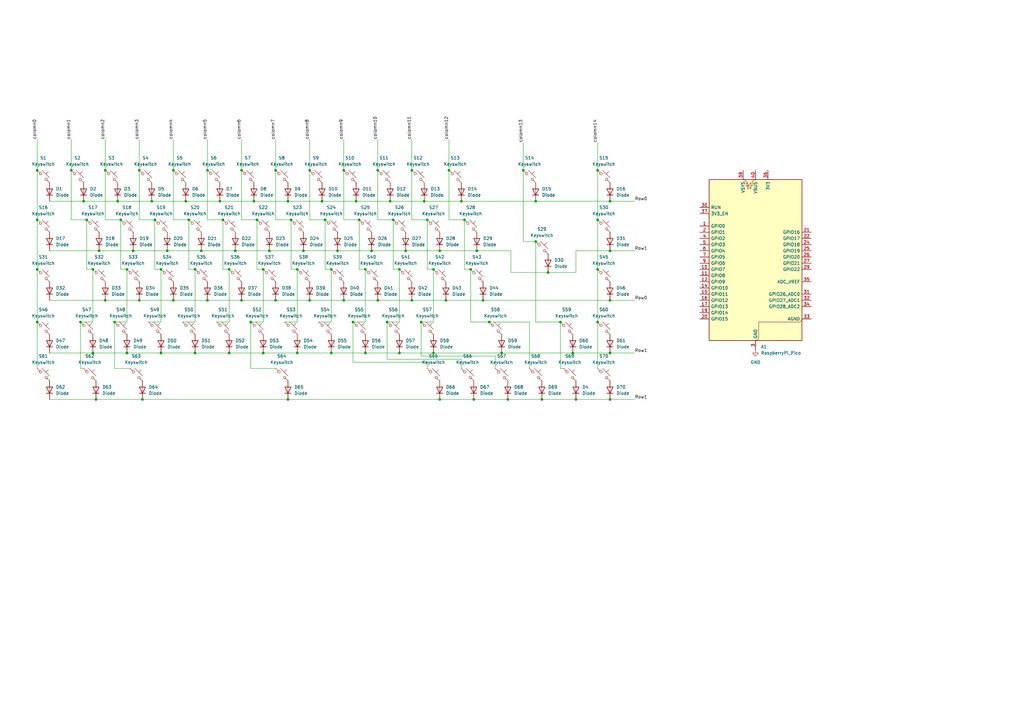
<source format=kicad_sch>
(kicad_sch (version 20250114) (generator "eeschema") (generator_version "9.0")
  (paper "A3")
  (junction (at 85.09 123.19))
  (junction (at 113.03 69.85))
  (junction (at 91.44 90.17))
  (junction (at 119.38 90.17))
  (junction (at 66.04 144.78))
  (junction (at 234.95 144.78))
  (junction (at 180.34 163.83))
  (junction (at 166.37 102.87))
  (junction (at 15.24 132.08))
  (junction (at 175.26 90.17))
  (junction (at 163.83 144.78))
  (junction (at 77.47 90.17))
  (junction (at 68.58 102.87))
  (junction (at 127 69.85))
  (junction (at 208.28 163.83))
  (junction (at 62.23 82.55))
  (junction (at 38.1 144.78))
  (junction (at 173.99 82.55))
  (junction (at 99.06 69.85))
  (junction (at 15.24 90.17))
  (junction (at 154.94 123.19))
  (junction (at 107.95 110.49))
  (junction (at 219.71 99.06))
  (junction (at 71.12 69.85))
  (junction (at 245.11 90.17))
  (junction (at 80.01 110.49))
  (junction (at 250.19 102.87))
  (junction (at 58.42 163.83))
  (junction (at 219.71 82.55))
  (junction (at 102.87 132.08))
  (junction (at 49.53 90.17))
  (junction (at 245.11 69.85))
  (junction (at 177.8 110.49))
  (junction (at 250.19 144.78))
  (junction (at 250.19 163.83))
  (junction (at 214.63 69.85))
  (junction (at 172.72 132.08))
  (junction (at 163.83 110.49))
  (junction (at 149.86 110.49))
  (junction (at 15.24 69.85))
  (junction (at 154.94 69.85))
  (junction (at 113.03 123.19))
  (junction (at 104.14 82.55))
  (junction (at 195.58 102.87))
  (junction (at 46.99 132.08))
  (junction (at 168.91 69.85))
  (junction (at 48.26 82.55))
  (junction (at 146.05 82.55))
  (junction (at 43.18 123.19))
  (junction (at 34.29 82.55))
  (junction (at 138.43 102.87))
  (junction (at 205.74 144.78))
  (junction (at 147.32 90.17))
  (junction (at 144.78 132.08))
  (junction (at 168.91 123.19))
  (junction (at 39.37 163.83))
  (junction (at 76.2 82.55))
  (junction (at 52.07 144.78))
  (junction (at 105.41 90.17))
  (junction (at 38.1 110.49))
  (junction (at 35.56 90.17))
  (junction (at 132.08 82.55))
  (junction (at 193.04 110.49))
  (junction (at 33.02 132.08))
  (junction (at 121.92 110.49))
  (junction (at 194.31 163.83))
  (junction (at 184.15 69.85))
  (junction (at 54.61 102.87))
  (junction (at 40.64 102.87))
  (junction (at 107.95 144.78))
  (junction (at 245.11 132.08))
  (junction (at 90.17 82.55))
  (junction (at 71.12 123.19))
  (junction (at 124.46 102.87))
  (junction (at 229.87 132.08))
  (junction (at 93.98 144.78))
  (junction (at 96.52 102.87))
  (junction (at 177.8 144.78))
  (junction (at 127 123.19))
  (junction (at 57.15 123.19))
  (junction (at 190.5 90.17))
  (junction (at 43.18 69.85))
  (junction (at 118.11 163.83))
  (junction (at 236.22 163.83))
  (junction (at 182.88 123.19))
  (junction (at 250.19 123.19))
  (junction (at 135.89 144.78))
  (junction (at 135.89 110.49))
  (junction (at 110.49 102.87))
  (junction (at 140.97 123.19))
  (junction (at 93.98 110.49))
  (junction (at 152.4 102.87))
  (junction (at 99.06 123.19))
  (junction (at 161.29 90.17))
  (junction (at 140.97 69.85))
  (junction (at 160.02 82.55))
  (junction (at 15.24 110.49))
  (junction (at 121.92 144.78))
  (junction (at 149.86 144.78))
  (junction (at 158.75 132.08))
  (junction (at 200.66 132.08))
  (junction (at 222.25 163.83))
  (junction (at 198.12 123.19))
  (junction (at 85.09 69.85))
  (junction (at 29.21 69.85))
  (junction (at 189.23 82.55))
  (junction (at 118.11 82.55))
  (junction (at 224.79 111.76))
  (junction (at 250.19 82.55))
  (junction (at 245.11 110.49))
  (junction (at 63.5 90.17))
  (junction (at 57.15 69.85))
  (junction (at 52.07 110.49))
  (junction (at 133.35 90.17))
  (junction (at 80.01 144.78))
  (junction (at 66.04 110.49))
  (junction (at 82.55 102.87))
  (junction (at 180.34 102.87))
  (wire (pts (xy 20.32 163.83) (xy 39.37 163.83)))
  (wire (pts (xy 110.49 102.87) (xy 124.46 102.87)))
  (wire (pts (xy 99.06 69.85) (xy 99.06 90.17)))
  (wire (pts (xy 194.31 163.83) (xy 208.28 163.83)))
  (wire (pts (xy 77.47 110.49) (xy 80.01 110.49)))
  (wire (pts (xy 146.05 82.55) (xy 160.02 82.55)))
  (wire (pts (xy 43.18 57.15) (xy 43.18 69.85)))
  (wire (pts (xy 29.21 90.17) (xy 35.56 90.17)))
  (wire (pts (xy 224.79 111.76) (xy 236.22 111.76)))
  (wire (pts (xy 102.87 132.08) (xy 102.87 151.13)))
  (wire (pts (xy 82.55 102.87) (xy 96.52 102.87)))
  (wire (pts (xy 113.03 90.17) (xy 119.38 90.17)))
  (wire (pts (xy 195.58 102.87) (xy 209.55 102.87)))
  (wire (pts (xy 177.8 110.49) (xy 177.8 132.08)))
  (wire (pts (xy 107.95 110.49) (xy 107.95 132.08)))
  (wire (pts (xy 63.5 110.49) (xy 66.04 110.49)))
  (wire (pts (xy 43.18 123.19) (xy 57.15 123.19)))
  (wire (pts (xy 124.46 102.87) (xy 138.43 102.87)))
  (wire (pts (xy 245.11 90.17) (xy 245.11 110.49)))
  (wire (pts (xy 149.86 132.08) (xy 144.78 132.08)))
  (wire (pts (xy 96.52 102.87) (xy 110.49 102.87)))
  (wire (pts (xy 250.19 144.78) (xy 260.35 144.78)))
  (wire (pts (xy 250.19 102.87) (xy 260.35 102.87)))
  (wire (pts (xy 76.2 82.55) (xy 90.17 82.55)))
  (wire (pts (xy 85.09 123.19) (xy 99.06 123.19)))
  (wire (pts (xy 198.12 123.19) (xy 250.19 123.19)))
  (wire (pts (xy 113.03 123.19) (xy 127 123.19)))
  (wire (pts (xy 245.11 132.08) (xy 245.11 151.13)))
  (wire (pts (xy 80.01 110.49) (xy 80.01 132.08)))
  (wire (pts (xy 154.94 90.17) (xy 161.29 90.17)))
  (wire (pts (xy 147.32 110.49) (xy 149.86 110.49)))
  (wire (pts (xy 133.35 110.49) (xy 135.89 110.49)))
  (wire (pts (xy 163.83 144.78) (xy 177.8 144.78)))
  (wire (pts (xy 154.94 123.19) (xy 168.91 123.19)))
  (wire (pts (xy 66.04 144.78) (xy 80.01 144.78)))
  (wire (pts (xy 190.5 110.49) (xy 193.04 110.49)))
  (wire (pts (xy 121.92 144.78) (xy 135.89 144.78)))
  (wire (pts (xy 133.35 90.17) (xy 133.35 110.49)))
  (wire (pts (xy 222.25 163.83) (xy 236.22 163.83)))
  (wire (pts (xy 66.04 110.49) (xy 66.04 132.08)))
  (wire (pts (xy 54.61 102.87) (xy 68.58 102.87)))
  (wire (pts (xy 121.92 110.49) (xy 121.92 132.08)))
  (wire (pts (xy 38.1 144.78) (xy 52.07 144.78)))
  (wire (pts (xy 104.14 82.55) (xy 118.11 82.55)))
  (wire (pts (xy 46.99 151.13) (xy 53.34 151.13)))
  (wire (pts (xy 175.26 148.59) (xy 175.26 151.13)))
  (wire (pts (xy 219.71 132.08) (xy 229.87 132.08)))
  (wire (pts (xy 127 90.17) (xy 133.35 90.17)))
  (wire (pts (xy 118.11 163.83) (xy 180.34 163.83)))
  (wire (pts (xy 68.58 102.87) (xy 82.55 102.87)))
  (wire (pts (xy 147.32 90.17) (xy 147.32 110.49)))
  (wire (pts (xy 236.22 163.83) (xy 250.19 163.83)))
  (wire (pts (xy 200.66 132.08) (xy 217.17 132.08)))
  (wire (pts (xy 15.24 110.49) (xy 15.24 132.08)))
  (wire (pts (xy 43.18 90.17) (xy 49.53 90.17)))
  (wire (pts (xy 135.89 144.78) (xy 149.86 144.78)))
  (wire (pts (xy 15.24 69.85) (xy 15.24 90.17)))
  (wire (pts (xy 154.94 69.85) (xy 154.94 90.17)))
  (wire (pts (xy 71.12 90.17) (xy 77.47 90.17)))
  (wire (pts (xy 149.86 110.49) (xy 149.86 132.08)))
  (wire (pts (xy 149.86 144.78) (xy 163.83 144.78)))
  (wire (pts (xy 250.19 123.19) (xy 260.35 123.19)))
  (wire (pts (xy 175.26 90.17) (xy 175.26 110.49)))
  (wire (pts (xy 66.04 132.08) (xy 60.96 132.08)))
  (wire (pts (xy 203.2 146.05) (xy 203.2 151.13)))
  (wire (pts (xy 205.74 144.78) (xy 234.95 144.78)))
  (wire (pts (xy 229.87 151.13) (xy 231.14 151.13)))
  (wire (pts (xy 135.89 132.08) (xy 130.81 132.08)))
  (wire (pts (xy 85.09 69.85) (xy 85.09 90.17)))
  (wire (pts (xy 175.26 110.49) (xy 177.8 110.49)))
  (wire (pts (xy 52.07 110.49) (xy 52.07 132.08)))
  (wire (pts (xy 180.34 102.87) (xy 195.58 102.87)))
  (wire (pts (xy 189.23 82.55) (xy 219.71 82.55)))
  (wire (pts (xy 113.03 57.15) (xy 113.03 69.85)))
  (wire (pts (xy 229.87 132.08) (xy 229.87 151.13)))
  (wire (pts (xy 20.32 82.55) (xy 34.29 82.55)))
  (wire (pts (xy 39.37 163.83) (xy 58.42 163.83)))
  (wire (pts (xy 154.94 57.15) (xy 154.94 69.85)))
  (wire (pts (xy 127 69.85) (xy 127 90.17)))
  (wire (pts (xy 190.5 90.17) (xy 190.5 110.49)))
  (wire (pts (xy 119.38 110.49) (xy 121.92 110.49)))
  (wire (pts (xy 140.97 57.15) (xy 140.97 69.85)))
  (wire (pts (xy 177.8 132.08) (xy 172.72 132.08)))
  (wire (pts (xy 184.15 69.85) (xy 184.15 90.17)))
  (wire (pts (xy 15.24 132.08) (xy 15.24 151.13)))
  (wire (pts (xy 99.06 57.15) (xy 99.06 69.85)))
  (wire (pts (xy 35.56 90.17) (xy 35.56 110.49)))
  (wire (pts (xy 20.32 123.19) (xy 43.18 123.19)))
  (wire (pts (xy 38.1 110.49) (xy 38.1 132.08)))
  (wire (pts (xy 166.37 102.87) (xy 180.34 102.87)))
  (wire (pts (xy 85.09 57.15) (xy 85.09 69.85)))
  (wire (pts (xy 161.29 90.17) (xy 161.29 110.49)))
  (wire (pts (xy 71.12 57.15) (xy 71.12 69.85)))
  (wire (pts (xy 214.63 58.42) (xy 214.63 69.85)))
  (wire (pts (xy 163.83 110.49) (xy 163.83 132.08)))
  (wire (pts (xy 52.07 132.08) (xy 46.99 132.08)))
  (wire (pts (xy 172.72 146.05) (xy 203.2 146.05)))
  (wire (pts (xy 118.11 82.55) (xy 132.08 82.55)))
  (wire (pts (xy 43.18 69.85) (xy 43.18 90.17)))
  (wire (pts (xy 214.63 99.06) (xy 219.71 99.06)))
  (wire (pts (xy 71.12 69.85) (xy 71.12 90.17)))
  (wire (pts (xy 168.91 69.85) (xy 168.91 90.17)))
  (wire (pts (xy 209.55 102.87) (xy 209.55 111.76)))
  (wire (pts (xy 168.91 90.17) (xy 175.26 90.17)))
  (wire (pts (xy 33.02 132.08) (xy 33.02 151.13)))
  (wire (pts (xy 38.1 132.08) (xy 33.02 132.08)))
  (wire (pts (xy 245.11 110.49) (xy 245.11 132.08)))
  (wire (pts (xy 77.47 90.17) (xy 77.47 110.49)))
  (wire (pts (xy 102.87 151.13) (xy 113.03 151.13)))
  (wire (pts (xy 140.97 123.19) (xy 154.94 123.19)))
  (wire (pts (xy 80.01 132.08) (xy 74.93 132.08)))
  (wire (pts (xy 168.91 123.19) (xy 182.88 123.19)))
  (wire (pts (xy 152.4 102.87) (xy 166.37 102.87)))
  (wire (pts (xy 119.38 90.17) (xy 119.38 110.49)))
  (wire (pts (xy 93.98 144.78) (xy 107.95 144.78)))
  (wire (pts (xy 40.64 102.87) (xy 54.61 102.87)))
  (wire (pts (xy 91.44 90.17) (xy 91.44 110.49)))
  (wire (pts (xy 184.15 57.15) (xy 184.15 69.85)))
  (wire (pts (xy 35.56 110.49) (xy 38.1 110.49)))
  (wire (pts (xy 71.12 123.19) (xy 85.09 123.19)))
  (wire (pts (xy 180.34 163.83) (xy 194.31 163.83)))
  (wire (pts (xy 132.08 82.55) (xy 146.05 82.55)))
  (wire (pts (xy 173.99 82.55) (xy 189.23 82.55)))
  (wire (pts (xy 214.63 69.85) (xy 214.63 99.06)))
  (wire (pts (xy 250.19 163.83) (xy 260.35 163.83)))
  (wire (pts (xy 15.24 57.15) (xy 15.24 69.85)))
  (wire (pts (xy 113.03 69.85) (xy 113.03 90.17)))
  (wire (pts (xy 107.95 144.78) (xy 121.92 144.78)))
  (wire (pts (xy 234.95 144.78) (xy 250.19 144.78)))
  (wire (pts (xy 236.22 102.87) (xy 250.19 102.87)))
  (wire (pts (xy 33.02 151.13) (xy 34.29 151.13)))
  (wire (pts (xy 236.22 111.76) (xy 236.22 102.87)))
  (wire (pts (xy 91.44 110.49) (xy 93.98 110.49)))
  (wire (pts (xy 161.29 110.49) (xy 163.83 110.49)))
  (wire (pts (xy 34.29 82.55) (xy 48.26 82.55)))
  (wire (pts (xy 127 57.15) (xy 127 69.85)))
  (wire (pts (xy 135.89 110.49) (xy 135.89 132.08)))
  (wire (pts (xy 105.41 90.17) (xy 105.41 110.49)))
  (wire (pts (xy 163.83 132.08) (xy 158.75 132.08)))
  (wire (pts (xy 52.07 144.78) (xy 66.04 144.78)))
  (wire (pts (xy 63.5 90.17) (xy 63.5 110.49)))
  (wire (pts (xy 172.72 132.08) (xy 172.72 146.05)))
  (wire (pts (xy 57.15 123.19) (xy 71.12 123.19)))
  (wire (pts (xy 80.01 144.78) (xy 93.98 144.78)))
  (wire (pts (xy 20.32 144.78) (xy 38.1 144.78)))
  (wire (pts (xy 29.21 69.85) (xy 29.21 90.17)))
  (wire (pts (xy 99.06 90.17) (xy 105.41 90.17)))
  (wire (pts (xy 193.04 110.49) (xy 193.04 132.08)))
  (wire (pts (xy 62.23 82.55) (xy 76.2 82.55)))
  (wire (pts (xy 160.02 82.55) (xy 173.99 82.55)))
  (wire (pts (xy 93.98 110.49) (xy 93.98 132.08)))
  (wire (pts (xy 58.42 163.83) (xy 118.11 163.83)))
  (wire (pts (xy 177.8 144.78) (xy 205.74 144.78)))
  (wire (pts (xy 208.28 163.83) (xy 222.25 163.83)))
  (wire (pts (xy 245.11 69.85) (xy 245.11 90.17)))
  (wire (pts (xy 140.97 69.85) (xy 140.97 90.17)))
  (wire (pts (xy 99.06 123.19) (xy 113.03 123.19)))
  (wire (pts (xy 46.99 132.08) (xy 46.99 151.13)))
  (wire (pts (xy 57.15 69.85) (xy 57.15 90.17)))
  (wire (pts (xy 219.71 99.06) (xy 219.71 132.08)))
  (wire (pts (xy 49.53 110.49) (xy 52.07 110.49)))
  (wire (pts (xy 85.09 90.17) (xy 91.44 90.17)))
  (wire (pts (xy 127 123.19) (xy 140.97 123.19)))
  (wire (pts (xy 189.23 147.32) (xy 189.23 151.13)))
  (wire (pts (xy 48.26 82.55) (xy 62.23 82.55)))
  (wire (pts (xy 250.19 82.55) (xy 260.35 82.55)))
  (wire (pts (xy 107.95 132.08) (xy 102.87 132.08)))
  (wire (pts (xy 219.71 82.55) (xy 250.19 82.55)))
  (wire (pts (xy 138.43 102.87) (xy 152.4 102.87)))
  (wire (pts (xy 105.41 110.49) (xy 107.95 110.49)))
  (wire (pts (xy 49.53 90.17) (xy 49.53 110.49)))
  (wire (pts (xy 182.88 123.19) (xy 198.12 123.19)))
  (wire (pts (xy 158.75 147.32) (xy 189.23 147.32)))
  (wire (pts (xy 217.17 132.08) (xy 217.17 151.13)))
  (wire (pts (xy 158.75 132.08) (xy 158.75 147.32)))
  (wire (pts (xy 144.78 148.59) (xy 175.26 148.59)))
  (wire (pts (xy 93.98 132.08) (xy 88.9 132.08)))
  (wire (pts (xy 184.15 90.17) (xy 190.5 90.17)))
  (wire (pts (xy 193.04 132.08) (xy 200.66 132.08)))
  (wire (pts (xy 57.15 57.15) (xy 57.15 69.85)))
  (wire (pts (xy 245.11 58.42) (xy 245.11 69.85)))
  (wire (pts (xy 209.55 111.76) (xy 224.79 111.76)))
  (wire (pts (xy 90.17 82.55) (xy 104.14 82.55)))
  (wire (pts (xy 121.92 132.08) (xy 116.84 132.08)))
  (wire (pts (xy 29.21 57.15) (xy 29.21 69.85)))
  (wire (pts (xy 144.78 132.08) (xy 144.78 148.59)))
  (wire (pts (xy 57.15 90.17) (xy 63.5 90.17)))
  (wire (pts (xy 20.32 102.87) (xy 40.64 102.87)))
  (wire (pts (xy 168.91 57.15) (xy 168.91 69.85)))
  (wire (pts (xy 140.97 90.17) (xy 147.32 90.17)))
  (wire (pts (xy 15.24 90.17) (xy 15.24 110.49)))
  (label "Row0" (at 260.35 123.19 0))
  (label "colomn11" (at 168.91 57.15 90))
  (label "Row1" (at 260.35 163.83 0))
  (label "Row1" (at 260.35 144.78 0))
  (label "colomn10" (at 154.94 57.15 90))
  (label "colomn0" (at 15.24 57.15 90))
  (label "colomn14" (at 245.11 58.42 90))
  (label "colomn13" (at 214.63 58.42 90))
  (label "colomn6" (at 99.06 57.15 90))
  (label "colomn8" (at 127 57.15 90))
  (label "colomn4" (at 71.12 57.15 90))
  (label "colomn12" (at 184.15 57.15 90))
  (label "colomn9" (at 140.97 57.15 90))
  (label "colomn2" (at 43.18 57.15 90))
  (label "Row1" (at 260.35 102.87 0))
  (label "colomn5" (at 85.09 57.15 90))
  (label "colomn7" (at 113.03 57.15 90))
  (label "colomn3" (at 57.15 57.15 90))
  (label "Row0" (at 260.35 82.55 0))
  (label "colomn1" (at 29.21 57.15 90))
  (symbol (lib_id "ScottoKeebs:Placeholder_Keyswitch") (at 17.78 92.71 0) (unit 1)
    (property "Reference" "S16" (at 17.78 85.09 0))
    (property "Value" "Keyswitch" (at 17.78 87.63 0))
    (property "Description" "Push button switch, normally open, two pins, 45° tilted" (effects (hide yes)))
  )
  (symbol (lib_id "ScottoKeebs:Placeholder_Diode") (at 20.32 119.38 90) (unit 1)
    (property "Reference" "D32" (at 22.86 118.1099 90) (effects (justify right)))
    (property "Value" "Diode" (at 22.86 120.6499 90) (effects (justify right)))
    (property "Description" "1N4148 (DO-35) or 1N4148W (SOD-123)" (effects (hide yes)))
    (property "Sim.Device" "D" (effects (hide yes)))
    (property "Sim.Pins" "1=K 2=A" (effects (hide yes)))
  )
  (symbol (lib_id "ScottoKeebs:Placeholder_Keyswitch") (at 203.2 134.62 0) (unit 1)
    (property "Reference" "S58" (at 203.2 127 0))
    (property "Value" "Keyswitch" (at 203.2 129.54 0))
    (property "Description" "Push button switch, normally open, two pins, 45° tilted" (effects (hide yes)))
  )
  (symbol (lib_id "ScottoKeebs:Placeholder_Diode") (at 173.99 78.74 90) (unit 1)
    (property "Reference" "D13" (at 176.53 77.4699 90) (effects (justify right)))
    (property "Value" "Diode" (at 176.53 80.0099 90) (effects (justify right)))
    (property "Description" "1N4148 (DO-35) or 1N4148W (SOD-123)" (effects (hide yes)))
    (property "Sim.Device" "D" (effects (hide yes)))
    (property "Sim.Pins" "1=K 2=A" (effects (hide yes)))
  )
  (symbol (lib_id "ScottoKeebs:Placeholder_Keyswitch") (at 68.58 113.03 0) (unit 1)
    (property "Reference" "S34" (at 68.58 105.41 0))
    (property "Value" "Keyswitch" (at 68.58 107.95 0))
    (property "Description" "Push button switch, normally open, two pins, 45° tilted" (effects (hide yes)))
  )
  (symbol (lib_id "ScottoKeebs:Placeholder_Keyswitch") (at 193.04 92.71 0) (unit 1)
    (property "Reference" "S28" (at 193.04 85.09 0))
    (property "Value" "Keyswitch" (at 193.04 87.63 0))
    (property "Description" "Push button switch, normally open, two pins, 45° tilted" (effects (hide yes)))
  )
  (symbol (lib_id "ScottoKeebs:Placeholder_Diode") (at 219.71 78.74 90) (unit 1)
    (property "Reference" "D15" (at 222.25 77.4699 90) (effects (justify right)))
    (property "Value" "Diode" (at 222.25 80.0099 90) (effects (justify right)))
    (property "Description" "1N4148 (DO-35) or 1N4148W (SOD-123)" (effects (hide yes)))
    (property "Sim.Device" "D" (effects (hide yes)))
    (property "Sim.Pins" "1=K 2=A" (effects (hide yes)))
  )
  (symbol (lib_id "ScottoKeebs:Placeholder_Diode") (at 198.12 119.38 90) (unit 1)
    (property "Reference" "D44" (at 200.66 118.1099 90) (effects (justify right)))
    (property "Value" "Diode" (at 200.66 120.6499 90) (effects (justify right)))
    (property "Description" "1N4148 (DO-35) or 1N4148W (SOD-123)" (effects (hide yes)))
    (property "Sim.Device" "D" (effects (hide yes)))
    (property "Sim.Pins" "1=K 2=A" (effects (hide yes)))
  )
  (symbol (lib_id "ScottoKeebs:Placeholder_Keyswitch") (at 59.69 72.39 0) (unit 1)
    (property "Reference" "S4" (at 59.69 64.77 0))
    (property "Value" "Keyswitch" (at 59.69 67.31 0))
    (property "Description" "Push button switch, normally open, two pins, 45° tilted" (effects (hide yes)))
  )
  (symbol (lib_id "ScottoKeebs:Placeholder_Keyswitch") (at 222.25 101.6 0) (unit 1)
    (property "Reference" "S29" (at 222.25 93.98 0))
    (property "Value" "Keyswitch" (at 222.25 96.52 0))
    (property "Description" "Push button switch, normally open, two pins, 45° tilted" (effects (hide yes)))
  )
  (symbol (lib_id "ScottoKeebs:Placeholder_Keyswitch") (at 49.53 134.62 0) (unit 1)
    (property "Reference" "S48" (at 49.53 127 0))
    (property "Value" "Keyswitch" (at 49.53 129.54 0))
    (property "Description" "Push button switch, normally open, two pins, 45° tilted" (effects (hide yes)))
  )
  (symbol (lib_id "ScottoKeebs:Placeholder_Keyswitch") (at 247.65 72.39 0) (unit 1)
    (property "Reference" "S15" (at 247.65 64.77 0))
    (property "Value" "Keyswitch" (at 247.65 67.31 0))
    (property "Description" "Push button switch, normally open, two pins, 45° tilted" (effects (hide yes)))
  )
  (symbol (lib_id "ScottoKeebs:Placeholder_Diode") (at 195.58 99.06 90) (unit 1)
    (property "Reference" "D29" (at 198.12 97.7899 90) (effects (justify right)))
    (property "Value" "Diode" (at 198.12 100.3299 90) (effects (justify right)))
    (property "Description" "1N4148 (DO-35) or 1N4148W (SOD-123)" (effects (hide yes)))
    (property "Sim.Device" "D" (effects (hide yes)))
    (property "Sim.Pins" "1=K 2=A" (effects (hide yes)))
  )
  (symbol (lib_id "ScottoKeebs:Placeholder_Diode") (at 80.01 140.97 90) (unit 1)
    (property "Reference" "D51" (at 82.55 139.6999 90) (effects (justify right)))
    (property "Value" "Diode" (at 82.55 142.2399 90) (effects (justify right)))
    (property "Description" "1N4148 (DO-35) or 1N4148W (SOD-123)" (effects (hide yes)))
    (property "Sim.Device" "D" (effects (hide yes)))
    (property "Sim.Pins" "1=K 2=A" (effects (hide yes)))
  )
  (symbol (lib_id "ScottoKeebs:Placeholder_Diode") (at 152.4 99.06 90) (unit 1)
    (property "Reference" "D26" (at 154.94 97.7899 90) (effects (justify right)))
    (property "Value" "Diode" (at 154.94 100.3299 90) (effects (justify right)))
    (property "Description" "1N4148 (DO-35) or 1N4148W (SOD-123)" (effects (hide yes)))
    (property "Sim.Device" "D" (effects (hide yes)))
    (property "Sim.Pins" "1=K 2=A" (effects (hide yes)))
  )
  (symbol (lib_id "ScottoKeebs:Placeholder_Diode") (at 20.32 160.02 90) (unit 1)
    (property "Reference" "D62" (at 22.86 158.7499 90) (effects (justify right)))
    (property "Value" "Diode" (at 22.86 161.2899 90) (effects (justify right)))
    (property "Description" "1N4148 (DO-35) or 1N4148W (SOD-123)" (effects (hide yes)))
    (property "Sim.Device" "D" (effects (hide yes)))
    (property "Sim.Pins" "1=K 2=A" (effects (hide yes)))
  )
  (symbol (lib_id "ScottoKeebs:Placeholder_Keyswitch") (at 177.8 92.71 0) (unit 1)
    (property "Reference" "S27" (at 177.8 85.09 0))
    (property "Value" "Keyswitch" (at 177.8 87.63 0))
    (property "Description" "Push button switch, normally open, two pins, 45° tilted" (effects (hide yes)))
  )
  (symbol (lib_id "ScottoKeebs:Placeholder_Keyswitch") (at 17.78 153.67 0) (unit 1)
    (property "Reference" "S61" (at 17.78 146.05 0))
    (property "Value" "Keyswitch" (at 17.78 148.59 0))
    (property "Description" "Push button switch, normally open, two pins, 45° tilted" (effects (hide yes)))
  )
  (symbol (lib_id "MCU_Module:RaspberryPi_Pico") (at 309.88 107.95 0) (unit 1)
    (property "Reference" "A1" (at 312.0233 142.24 0) (effects (justify left)))
    (property "Value" "RaspberryPi_Pico" (at 312.0233 144.78 0) (effects (justify left)))
    (property "Footprint" "Module:RaspberryPi_Pico_Common_Unspecified" (effects (hide yes)))
    (property "Datasheet" "https://datasheets.raspberrypi.com/pico/pico-datasheet.pdf" (effects (hide yes)))
    (property "Description" "Versatile and inexpensive microcontroller module powered by RP2040 dual-core Arm Cortex-M0+ processor up to 133 MHz, 264kB SRAM, 2MB QSPI flash; also supports Raspberry Pi Pico 2" (effects (hide yes)))
  )
  (symbol (lib_id "power:GND") (at 309.88 143.51 0) (unit 1)
    (property "Reference" "#PWR01" (effects (hide yes)))
    (property "Value" "GND" (at 309.88 148.59 0))
    (property "Description" "Power symbol creates a global label with name \"GND\" , ground" (effects (hide yes)))
  )
  (symbol (lib_id "ScottoKeebs:Placeholder_Diode") (at 250.19 160.02 90) (unit 1)
    (property "Reference" "D70" (at 252.73 158.7499 90) (effects (justify right)))
    (property "Value" "Diode" (at 252.73 161.2899 90) (effects (justify right)))
    (property "Description" "1N4148 (DO-35) or 1N4148W (SOD-123)" (effects (hide yes)))
    (property "Sim.Device" "D" (effects (hide yes)))
    (property "Sim.Pins" "1=K 2=A" (effects (hide yes)))
  )
  (symbol (lib_id "ScottoKeebs:Placeholder_Keyswitch") (at 232.41 134.62 0) (unit 1)
    (property "Reference" "S59" (at 232.41 127 0))
    (property "Value" "Keyswitch" (at 232.41 129.54 0))
    (property "Description" "Push button switch, normally open, two pins, 45° tilted" (effects (hide yes)))
  )
  (symbol (lib_id "ScottoKeebs:Placeholder_Diode") (at 34.29 78.74 90) (unit 1)
    (property "Reference" "D2" (at 36.83 77.4699 90) (effects (justify right)))
    (property "Value" "Diode" (at 36.83 80.0099 90) (effects (justify right)))
    (property "Description" "1N4148 (DO-35) or 1N4148W (SOD-123)" (effects (hide yes)))
    (property "Sim.Device" "D" (effects (hide yes)))
    (property "Sim.Pins" "1=K 2=A" (effects (hide yes)))
  )
  (symbol (lib_id "ScottoKeebs:Placeholder_Diode") (at 138.43 99.06 90) (unit 1)
    (property "Reference" "D25" (at 140.97 97.7899 90) (effects (justify right)))
    (property "Value" "Diode" (at 140.97 100.3299 90) (effects (justify right)))
    (property "Description" "1N4148 (DO-35) or 1N4148W (SOD-123)" (effects (hide yes)))
    (property "Sim.Device" "D" (effects (hide yes)))
    (property "Sim.Pins" "1=K 2=A" (effects (hide yes)))
  )
  (symbol (lib_id "ScottoKeebs:Placeholder_Keyswitch") (at 36.83 153.67 0) (unit 1)
    (property "Reference" "S62" (at 36.83 146.05 0))
    (property "Value" "Keyswitch" (at 36.83 148.59 0))
    (property "Description" "Push button switch, normally open, two pins, 45° tilted" (effects (hide yes)))
  )
  (symbol (lib_id "ScottoKeebs:Placeholder_Diode") (at 39.37 160.02 90) (unit 1)
    (property "Reference" "D63" (at 41.91 158.7499 90) (effects (justify right)))
    (property "Value" "Diode" (at 41.91 161.2899 90) (effects (justify right)))
    (property "Description" "1N4148 (DO-35) or 1N4148W (SOD-123)" (effects (hide yes)))
    (property "Sim.Device" "D" (effects (hide yes)))
    (property "Sim.Pins" "1=K 2=A" (effects (hide yes)))
  )
  (symbol (lib_id "ScottoKeebs:Placeholder_Keyswitch") (at 161.29 134.62 0) (unit 1)
    (property "Reference" "S56" (at 161.29 127 0))
    (property "Value" "Keyswitch" (at 161.29 129.54 0))
    (property "Description" "Push button switch, normally open, two pins, 45° tilted" (effects (hide yes)))
  )
  (symbol (lib_id "ScottoKeebs:Placeholder_Diode") (at 85.09 119.38 90) (unit 1)
    (property "Reference" "D36" (at 87.63 118.1099 90) (effects (justify right)))
    (property "Value" "Diode" (at 87.63 120.6499 90) (effects (justify right)))
    (property "Description" "1N4148 (DO-35) or 1N4148W (SOD-123)" (effects (hide yes)))
    (property "Sim.Device" "D" (effects (hide yes)))
    (property "Sim.Pins" "1=K 2=A" (effects (hide yes)))
  )
  (symbol (lib_id "ScottoKeebs:Placeholder_Diode") (at 250.19 140.97 90) (unit 1)
    (property "Reference" "D61" (at 252.73 139.6999 90) (effects (justify right)))
    (property "Value" "Diode" (at 252.73 142.2399 90) (effects (justify right)))
    (property "Description" "1N4148 (DO-35) or 1N4148W (SOD-123)" (effects (hide yes)))
    (property "Sim.Device" "D" (effects (hide yes)))
    (property "Sim.Pins" "1=K 2=A" (effects (hide yes)))
  )
  (symbol (lib_id "ScottoKeebs:Placeholder_Keyswitch") (at 129.54 72.39 0) (unit 1)
    (property "Reference" "S9" (at 129.54 64.77 0))
    (property "Value" "Keyswitch" (at 129.54 67.31 0))
    (property "Description" "Push button switch, normally open, two pins, 45° tilted" (effects (hide yes)))
  )
  (symbol (lib_id "ScottoKeebs:Placeholder_Diode") (at 132.08 78.74 90) (unit 1)
    (property "Reference" "D10" (at 134.62 77.4699 90) (effects (justify right)))
    (property "Value" "Diode" (at 134.62 80.0099 90) (effects (justify right)))
    (property "Description" "1N4148 (DO-35) or 1N4148W (SOD-123)" (effects (hide yes)))
    (property "Sim.Device" "D" (effects (hide yes)))
    (property "Sim.Pins" "1=K 2=A" (effects (hide yes)))
  )
  (symbol (lib_id "ScottoKeebs:Placeholder_Diode") (at 20.32 78.74 90) (unit 1)
    (property "Reference" "D1" (at 22.86 77.4699 90) (effects (justify right)))
    (property "Value" "Diode" (at 22.86 80.0099 90) (effects (justify right)))
    (property "Description" "1N4148 (DO-35) or 1N4148W (SOD-123)" (effects (hide yes)))
    (property "Sim.Device" "D" (effects (hide yes)))
    (property "Sim.Pins" "1=K 2=A" (effects (hide yes)))
  )
  (symbol (lib_id "ScottoKeebs:Placeholder_Keyswitch") (at 135.89 92.71 0) (unit 1)
    (property "Reference" "S24" (at 135.89 85.09 0))
    (property "Value" "Keyswitch" (at 135.89 87.63 0))
    (property "Description" "Push button switch, normally open, two pins, 45° tilted" (effects (hide yes)))
  )
  (symbol (lib_id "ScottoKeebs:Placeholder_Keyswitch") (at 157.48 72.39 0) (unit 1)
    (property "Reference" "S11" (at 157.48 64.77 0))
    (property "Value" "Keyswitch" (at 157.48 67.31 0))
    (property "Description" "Push button switch, normally open, two pins, 45° tilted" (effects (hide yes)))
  )
  (symbol (lib_id "ScottoKeebs:Placeholder_Diode") (at 180.34 160.02 90) (unit 1)
    (property "Reference" "D66" (at 182.88 158.7499 90) (effects (justify right)))
    (property "Value" "Diode" (at 182.88 161.2899 90) (effects (justify right)))
    (property "Description" "1N4148 (DO-35) or 1N4148W (SOD-123)" (effects (hide yes)))
    (property "Sim.Device" "D" (effects (hide yes)))
    (property "Sim.Pins" "1=K 2=A" (effects (hide yes)))
  )
  (symbol (lib_id "ScottoKeebs:Placeholder_Diode") (at 40.64 99.06 90) (unit 1)
    (property "Reference" "D18" (at 43.18 97.7899 90) (effects (justify right)))
    (property "Value" "Diode" (at 43.18 100.3299 90) (effects (justify right)))
    (property "Description" "1N4148 (DO-35) or 1N4148W (SOD-123)" (effects (hide yes)))
    (property "Sim.Device" "D" (effects (hide yes)))
    (property "Sim.Pins" "1=K 2=A" (effects (hide yes)))
  )
  (symbol (lib_id "ScottoKeebs:Placeholder_Diode") (at 68.58 99.06 90) (unit 1)
    (property "Reference" "D20" (at 71.12 97.7899 90) (effects (justify right)))
    (property "Value" "Diode" (at 71.12 100.3299 90) (effects (justify right)))
    (property "Description" "1N4148 (DO-35) or 1N4148W (SOD-123)" (effects (hide yes)))
    (property "Sim.Device" "D" (effects (hide yes)))
    (property "Sim.Pins" "1=K 2=A" (effects (hide yes)))
  )
  (symbol (lib_id "ScottoKeebs:Placeholder_Diode") (at 194.31 160.02 90) (unit 1)
    (property "Reference" "D67" (at 196.85 158.7499 90) (effects (justify right)))
    (property "Value" "Diode" (at 196.85 161.2899 90) (effects (justify right)))
    (property "Description" "1N4148 (DO-35) or 1N4148W (SOD-123)" (effects (hide yes)))
    (property "Sim.Device" "D" (effects (hide yes)))
    (property "Sim.Pins" "1=K 2=A" (effects (hide yes)))
  )
  (symbol (lib_id "ScottoKeebs:Placeholder_Diode") (at 149.86 140.97 90) (unit 1)
    (property "Reference" "D56" (at 152.4 139.6999 90) (effects (justify right)))
    (property "Value" "Diode" (at 152.4 142.2399 90) (effects (justify right)))
    (property "Description" "1N4148 (DO-35) or 1N4148W (SOD-123)" (effects (hide yes)))
    (property "Sim.Device" "D" (effects (hide yes)))
    (property "Sim.Pins" "1=K 2=A" (effects (hide yes)))
  )
  (symbol (lib_id "ScottoKeebs:Placeholder_Diode") (at 48.26 78.74 90) (unit 1)
    (property "Reference" "D3" (at 50.8 77.4699 90) (effects (justify right)))
    (property "Value" "Diode" (at 50.8 80.0099 90) (effects (justify right)))
    (property "Description" "1N4148 (DO-35) or 1N4148W (SOD-123)" (effects (hide yes)))
    (property "Sim.Device" "D" (effects (hide yes)))
    (property "Sim.Pins" "1=K 2=A" (effects (hide yes)))
  )
  (symbol (lib_id "ScottoKeebs:Placeholder_Diode") (at 66.04 140.97 90) (unit 1)
    (property "Reference" "D50" (at 68.58 139.6999 90) (effects (justify right)))
    (property "Value" "Diode" (at 68.58 142.2399 90) (effects (justify right)))
    (property "Description" "1N4148 (DO-35) or 1N4148W (SOD-123)" (effects (hide yes)))
    (property "Sim.Device" "D" (effects (hide yes)))
    (property "Sim.Pins" "1=K 2=A" (effects (hide yes)))
  )
  (symbol (lib_id "ScottoKeebs:Placeholder_Diode") (at 140.97 119.38 90) (unit 1)
    (property "Reference" "D40" (at 143.51 118.1099 90) (effects (justify right)))
    (property "Value" "Diode" (at 143.51 120.6499 90) (effects (justify right)))
    (property "Description" "1N4148 (DO-35) or 1N4148W (SOD-123)" (effects (hide yes)))
    (property "Sim.Device" "D" (effects (hide yes)))
    (property "Sim.Pins" "1=K 2=A" (effects (hide yes)))
  )
  (symbol (lib_id "ScottoKeebs:Placeholder_Keyswitch") (at 66.04 92.71 0) (unit 1)
    (property "Reference" "S19" (at 66.04 85.09 0))
    (property "Value" "Keyswitch" (at 66.04 87.63 0))
    (property "Description" "Push button switch, normally open, two pins, 45° tilted" (effects (hide yes)))
  )
  (symbol (lib_id "ScottoKeebs:Placeholder_Keyswitch") (at 247.65 113.03 0) (unit 1)
    (property "Reference" "S45" (at 247.65 105.41 0))
    (property "Value" "Keyswitch" (at 247.65 107.95 0))
    (property "Description" "Push button switch, normally open, two pins, 45° tilted" (effects (hide yes)))
  )
  (symbol (lib_id "ScottoKeebs:Placeholder_Diode") (at 236.22 160.02 90) (unit 1)
    (property "Reference" "D4" (at 238.76 158.7499 90) (effects (justify right)))
    (property "Value" "Diode" (at 238.76 161.2899 90) (effects (justify right)))
    (property "Description" "1N4148 (DO-35) or 1N4148W (SOD-123)" (effects (hide yes)))
    (property "Sim.Device" "D" (effects (hide yes)))
    (property "Sim.Pins" "1=K 2=A" (effects (hide yes)))
  )
  (symbol (lib_id "ScottoKeebs:Placeholder_Keyswitch") (at 171.45 72.39 0) (unit 1)
    (property "Reference" "S12" (at 171.45 64.77 0))
    (property "Value" "Keyswitch" (at 171.45 67.31 0))
    (property "Description" "Push button switch, normally open, two pins, 45° tilted" (effects (hide yes)))
  )
  (symbol (lib_id "ScottoKeebs:Placeholder_Diode") (at 82.55 99.06 90) (unit 1)
    (property "Reference" "D21" (at 85.09 97.7899 90) (effects (justify right)))
    (property "Value" "Diode" (at 85.09 100.3299 90) (effects (justify right)))
    (property "Description" "1N4148 (DO-35) or 1N4148W (SOD-123)" (effects (hide yes)))
    (property "Sim.Device" "D" (effects (hide yes)))
    (property "Sim.Pins" "1=K 2=A" (effects (hide yes)))
  )
  (symbol (lib_id "ScottoKeebs:Placeholder_Keyswitch") (at 124.46 113.03 0) (unit 1)
    (property "Reference" "S38" (at 124.46 105.41 0))
    (property "Value" "Keyswitch" (at 124.46 107.95 0))
    (property "Description" "Push button switch, normally open, two pins, 45° tilted" (effects (hide yes)))
  )
  (symbol (lib_id "ScottoKeebs:Placeholder_Diode") (at 166.37 99.06 90) (unit 1)
    (property "Reference" "D27" (at 168.91 97.7899 90) (effects (justify right)))
    (property "Value" "Diode" (at 168.91 100.3299 90) (effects (justify right)))
    (property "Description" "1N4148 (DO-35) or 1N4148W (SOD-123)" (effects (hide yes)))
    (property "Sim.Device" "D" (effects (hide yes)))
    (property "Sim.Pins" "1=K 2=A" (effects (hide yes)))
  )
  (symbol (lib_id "ScottoKeebs:Placeholder_Keyswitch") (at 96.52 113.03 0) (unit 1)
    (property "Reference" "S36" (at 96.52 105.41 0))
    (property "Value" "Keyswitch" (at 96.52 107.95 0))
    (property "Description" "Push button switch, normally open, two pins, 45° tilted" (effects (hide yes)))
  )
  (symbol (lib_id "ScottoKeebs:Placeholder_Keyswitch") (at 115.57 153.67 0) (unit 1)
    (property "Reference" "S64" (at 115.57 146.05 0))
    (property "Value" "Keyswitch" (at 115.57 148.59 0))
    (property "Description" "Push button switch, normally open, two pins, 45° tilted" (effects (hide yes)))
  )
  (symbol (lib_id "ScottoKeebs:Placeholder_Keyswitch") (at 233.68 153.67 0) (unit 1)
    (property "Reference" "S69" (at 233.68 146.05 0))
    (property "Value" "Keyswitch" (at 233.68 148.59 0))
    (property "Description" "Push button switch, normally open, two pins, 45° tilted" (effects (hide yes)))
  )
  (symbol (lib_id "ScottoKeebs:Placeholder_Diode") (at 182.88 119.38 90) (unit 1)
    (property "Reference" "D43" (at 185.42 118.1099 90) (effects (justify right)))
    (property "Value" "Diode" (at 185.42 120.6499 90) (effects (justify right)))
    (property "Description" "1N4148 (DO-35) or 1N4148W (SOD-123)" (effects (hide yes)))
    (property "Sim.Device" "D" (effects (hide yes)))
    (property "Sim.Pins" "1=K 2=A" (effects (hide yes)))
  )
  (symbol (lib_id "ScottoKeebs:Placeholder_Diode") (at 54.61 99.06 90) (unit 1)
    (property "Reference" "D19" (at 57.15 97.7899 90) (effects (justify right)))
    (property "Value" "Diode" (at 57.15 100.3299 90) (effects (justify right)))
    (property "Description" "1N4148 (DO-35) or 1N4148W (SOD-123)" (effects (hide yes)))
    (property "Sim.Device" "D" (effects (hide yes)))
    (property "Sim.Pins" "1=K 2=A" (effects (hide yes)))
  )
  (symbol (lib_id "ScottoKeebs:Placeholder_Keyswitch") (at 186.69 72.39 0) (unit 1)
    (property "Reference" "S13" (at 186.69 64.77 0))
    (property "Value" "Keyswitch" (at 186.69 67.31 0))
    (property "Description" "Push button switch, normally open, two pins, 45° tilted" (effects (hide yes)))
  )
  (symbol (lib_id "ScottoKeebs:Placeholder_Diode") (at 234.95 140.97 90) (unit 1)
    (property "Reference" "D60" (at 237.49 139.6999 90) (effects (justify right)))
    (property "Value" "Diode" (at 237.49 142.2399 90) (effects (justify right)))
    (property "Description" "1N4148 (DO-35) or 1N4148W (SOD-123)" (effects (hide yes)))
    (property "Sim.Device" "D" (effects (hide yes)))
    (property "Sim.Pins" "1=K 2=A" (effects (hide yes)))
  )
  (symbol (lib_id "ScottoKeebs:Placeholder_Keyswitch") (at 110.49 113.03 0) (unit 1)
    (property "Reference" "S37" (at 110.49 105.41 0))
    (property "Value" "Keyswitch" (at 110.49 107.95 0))
    (property "Description" "Push button switch, normally open, two pins, 45° tilted" (effects (hide yes)))
  )
  (symbol (lib_id "ScottoKeebs:Placeholder_Diode") (at 127 119.38 90) (unit 1)
    (property "Reference" "D39" (at 129.54 118.1099 90) (effects (justify right)))
    (property "Value" "Diode" (at 129.54 120.6499 90) (effects (justify right)))
    (property "Description" "1N4148 (DO-35) or 1N4148W (SOD-123)" (effects (hide yes)))
    (property "Sim.Device" "D" (effects (hide yes)))
    (property "Sim.Pins" "1=K 2=A" (effects (hide yes)))
  )
  (symbol (lib_id "ScottoKeebs:Placeholder_Keyswitch") (at 115.57 72.39 0) (unit 1)
    (property "Reference" "S8" (at 115.57 64.77 0))
    (property "Value" "Keyswitch" (at 115.57 67.31 0))
    (property "Description" "Push button switch, normally open, two pins, 45° tilted" (effects (hide yes)))
  )
  (symbol (lib_id "ScottoKeebs:Placeholder_Diode") (at 222.25 160.02 90) (unit 1)
    (property "Reference" "D69" (at 224.79 158.7499 90) (effects (justify right)))
    (property "Value" "Diode" (at 224.79 161.2899 90) (effects (justify right)))
    (property "Description" "1N4148 (DO-35) or 1N4148W (SOD-123)" (effects (hide yes)))
    (property "Sim.Device" "D" (effects (hide yes)))
    (property "Sim.Pins" "1=K 2=A" (effects (hide yes)))
  )
  (symbol (lib_id "ScottoKeebs:Placeholder_Diode") (at 76.2 78.74 90) (unit 1)
    (property "Reference" "D6" (at 78.74 77.4699 90) (effects (justify right)))
    (property "Value" "Diode" (at 78.74 80.0099 90) (effects (justify right)))
    (property "Description" "1N4148 (DO-35) or 1N4148W (SOD-123)" (effects (hide yes)))
    (property "Sim.Device" "D" (effects (hide yes)))
    (property "Sim.Pins" "1=K 2=A" (effects (hide yes)))
  )
  (symbol (lib_id "ScottoKeebs:Placeholder_Diode") (at 177.8 140.97 90) (unit 1)
    (property "Reference" "D58" (at 180.34 139.6999 90) (effects (justify right)))
    (property "Value" "Diode" (at 180.34 142.2399 90) (effects (justify right)))
    (property "Description" "1N4148 (DO-35) or 1N4148W (SOD-123)" (effects (hide yes)))
    (property "Sim.Device" "D" (effects (hide yes)))
    (property "Sim.Pins" "1=K 2=A" (effects (hide yes)))
  )
  (symbol (lib_id "ScottoKeebs:Placeholder_Diode") (at 135.89 140.97 90) (unit 1)
    (property "Reference" "D55" (at 138.43 139.6999 90) (effects (justify right)))
    (property "Value" "Diode" (at 138.43 142.2399 90) (effects (justify right)))
    (property "Description" "1N4148 (DO-35) or 1N4148W (SOD-123)" (effects (hide yes)))
    (property "Sim.Device" "D" (effects (hide yes)))
    (property "Sim.Pins" "1=K 2=A" (effects (hide yes)))
  )
  (symbol (lib_id "ScottoKeebs:Placeholder_Diode") (at 250.19 99.06 90) (unit 1)
    (property "Reference" "D31" (at 252.73 97.7899 90) (effects (justify right)))
    (property "Value" "Diode" (at 252.73 100.3299 90) (effects (justify right)))
    (property "Description" "1N4148 (DO-35) or 1N4148W (SOD-123)" (effects (hide yes)))
    (property "Sim.Device" "D" (effects (hide yes)))
    (property "Sim.Pins" "1=K 2=A" (effects (hide yes)))
  )
  (symbol (lib_id "ScottoKeebs:Placeholder_Keyswitch") (at 247.65 134.62 0) (unit 1)
    (property "Reference" "S60" (at 247.65 127 0))
    (property "Value" "Keyswitch" (at 247.65 129.54 0))
    (property "Description" "Push button switch, normally open, two pins, 45° tilted" (effects (hide yes)))
  )
  (symbol (lib_id "ScottoKeebs:Placeholder_Diode") (at 124.46 99.06 90) (unit 1)
    (property "Reference" "D24" (at 127 97.7899 90) (effects (justify right)))
    (property "Value" "Diode" (at 127 100.3299 90) (effects (justify right)))
    (property "Description" "1N4148 (DO-35) or 1N4148W (SOD-123)" (effects (hide yes)))
    (property "Sim.Device" "D" (effects (hide yes)))
    (property "Sim.Pins" "1=K 2=A" (effects (hide yes)))
  )
  (symbol (lib_id "ScottoKeebs:Placeholder_Keyswitch") (at 163.83 92.71 0) (unit 1)
    (property "Reference" "S26" (at 163.83 85.09 0))
    (property "Value" "Keyswitch" (at 163.83 87.63 0))
    (property "Description" "Push button switch, normally open, two pins, 45° tilted" (effects (hide yes)))
  )
  (symbol (lib_id "ScottoKeebs:Placeholder_Keyswitch") (at 38.1 92.71 0) (unit 1)
    (property "Reference" "S17" (at 38.1 85.09 0))
    (property "Value" "Keyswitch" (at 38.1 87.63 0))
    (property "Description" "Push button switch, normally open, two pins, 45° tilted" (effects (hide yes)))
  )
  (symbol (lib_id "ScottoKeebs:Placeholder_Keyswitch") (at 17.78 72.39 0) (unit 1)
    (property "Reference" "S1" (at 17.78 64.77 0))
    (property "Value" "Keyswitch" (at 17.78 67.31 0))
    (property "Description" "Push button switch, normally open, two pins, 45° tilted" (effects (hide yes)))
  )
  (symbol (lib_id "ScottoKeebs:Placeholder_Keyswitch") (at 143.51 72.39 0) (unit 1)
    (property "Reference" "S10" (at 143.51 64.77 0))
    (property "Value" "Keyswitch" (at 143.51 67.31 0))
    (property "Description" "Push button switch, normally open, two pins, 45° tilted" (effects (hide yes)))
  )
  (symbol (lib_id "ScottoKeebs:Placeholder_Keyswitch") (at 217.17 72.39 0) (unit 1)
    (property "Reference" "S14" (at 217.17 64.77 0))
    (property "Value" "Keyswitch" (at 217.17 67.31 0))
    (property "Description" "Push button switch, normally open, two pins, 45° tilted" (effects (hide yes)))
  )
  (symbol (lib_id "ScottoKeebs:Placeholder_Diode") (at 20.32 140.97 90) (unit 1)
    (property "Reference" "D47" (at 22.86 139.6999 90) (effects (justify right)))
    (property "Value" "Diode" (at 22.86 142.2399 90) (effects (justify right)))
    (property "Description" "1N4148 (DO-35) or 1N4148W (SOD-123)" (effects (hide yes)))
    (property "Sim.Device" "D" (effects (hide yes)))
    (property "Sim.Pins" "1=K 2=A" (effects (hide yes)))
  )
  (symbol (lib_id "ScottoKeebs:Placeholder_Keyswitch") (at 91.44 134.62 0) (unit 1)
    (property "Reference" "S51" (at 91.44 127 0))
    (property "Value" "Keyswitch" (at 91.44 129.54 0))
    (property "Description" "Push button switch, normally open, two pins, 45° tilted" (effects (hide yes)))
  )
  (symbol (lib_id "ScottoKeebs:Placeholder_Keyswitch") (at 40.64 113.03 0) (unit 1)
    (property "Reference" "S32" (at 40.64 105.41 0))
    (property "Value" "Keyswitch" (at 40.64 107.95 0))
    (property "Description" "Push button switch, normally open, two pins, 45° tilted" (effects (hide yes)))
  )
  (symbol (lib_id "ScottoKeebs:Placeholder_Keyswitch") (at 35.56 134.62 0) (unit 1)
    (property "Reference" "S47" (at 35.56 127 0))
    (property "Value" "Keyswitch" (at 35.56 129.54 0))
    (property "Description" "Push button switch, normally open, two pins, 45° tilted" (effects (hide yes)))
  )
  (symbol (lib_id "ScottoKeebs:Placeholder_Diode") (at 250.19 78.74 90) (unit 1)
    (property "Reference" "D16" (at 252.73 77.4699 90) (effects (justify right)))
    (property "Value" "Diode" (at 252.73 80.0099 90) (effects (justify right)))
    (property "Description" "1N4148 (DO-35) or 1N4148W (SOD-123)" (effects (hide yes)))
    (property "Sim.Device" "D" (effects (hide yes)))
    (property "Sim.Pins" "1=K 2=A" (effects (hide yes)))
  )
  (symbol (lib_id "ScottoKeebs:Placeholder_Keyswitch") (at 138.43 113.03 0) (unit 1)
    (property "Reference" "S39" (at 138.43 105.41 0))
    (property "Value" "Keyswitch" (at 138.43 107.95 0))
    (property "Description" "Push button switch, normally open, two pins, 45° tilted" (effects (hide yes)))
  )
  (symbol (lib_id "ScottoKeebs:Placeholder_Keyswitch") (at 107.95 92.71 0) (unit 1)
    (property "Reference" "S22" (at 107.95 85.09 0))
    (property "Value" "Keyswitch" (at 107.95 87.63 0))
    (property "Description" "Push button switch, normally open, two pins, 45° tilted" (effects (hide yes)))
  )
  (symbol (lib_id "ScottoKeebs:Placeholder_Diode") (at 250.19 119.38 90) (unit 1)
    (property "Reference" "D46" (at 252.73 118.1099 90) (effects (justify right)))
    (property "Value" "Diode" (at 252.73 120.6499 90) (effects (justify right)))
    (property "Description" "1N4148 (DO-35) or 1N4148W (SOD-123)" (effects (hide yes)))
    (property "Sim.Device" "D" (effects (hide yes)))
    (property "Sim.Pins" "1=K 2=A" (effects (hide yes)))
  )
  (symbol (lib_id "ScottoKeebs:Placeholder_Diode") (at 58.42 160.02 90) (unit 1)
    (property "Reference" "D64" (at 60.96 158.7499 90) (effects (justify right)))
    (property "Value" "Diode" (at 60.96 161.2899 90) (effects (justify right)))
    (property "Description" "1N4148 (DO-35) or 1N4148W (SOD-123)" (effects (hide yes)))
    (property "Sim.Device" "D" (effects (hide yes)))
    (property "Sim.Pins" "1=K 2=A" (effects (hide yes)))
  )
  (symbol (lib_id "ScottoKeebs:Placeholder_Keyswitch") (at 205.74 153.67 0) (unit 1)
    (property "Reference" "S67" (at 205.74 146.05 0))
    (property "Value" "Keyswitch" (at 205.74 148.59 0))
    (property "Description" "Push button switch, normally open, two pins, 45° tilted" (effects (hide yes)))
  )
  (symbol (lib_id "ScottoKeebs:Placeholder_Diode") (at 160.02 78.74 90) (unit 1)
    (property "Reference" "D12" (at 162.56 77.4699 90) (effects (justify right)))
    (property "Value" "Diode" (at 162.56 80.0099 90) (effects (justify right)))
    (property "Description" "1N4148 (DO-35) or 1N4148W (SOD-123)" (effects (hide yes)))
    (property "Sim.Device" "D" (effects (hide yes)))
    (property "Sim.Pins" "1=K 2=A" (effects (hide yes)))
  )
  (symbol (lib_id "ScottoKeebs:Placeholder_Keyswitch") (at 82.55 113.03 0) (unit 1)
    (property "Reference" "S35" (at 82.55 105.41 0))
    (property "Value" "Keyswitch" (at 82.55 107.95 0))
    (property "Description" "Push button switch, normally open, two pins, 45° tilted" (effects (hide yes)))
  )
  (symbol (lib_id "ScottoKeebs:Placeholder_Keyswitch") (at 80.01 92.71 0) (unit 1)
    (property "Reference" "S20" (at 80.01 85.09 0))
    (property "Value" "Keyswitch" (at 80.01 87.63 0))
    (property "Description" "Push button switch, normally open, two pins, 45° tilted" (effects (hide yes)))
  )
  (symbol (lib_id "ScottoKeebs:Placeholder_Keyswitch") (at 149.86 92.71 0) (unit 1)
    (property "Reference" "S25" (at 149.86 85.09 0))
    (property "Value" "Keyswitch" (at 149.86 87.63 0))
    (property "Description" "Push button switch, normally open, two pins, 45° tilted" (effects (hide yes)))
  )
  (symbol (lib_id "ScottoKeebs:Placeholder_Keyswitch") (at 177.8 153.67 0) (unit 1)
    (property "Reference" "S65" (at 177.8 146.05 0))
    (property "Value" "Keyswitch" (at 177.8 148.59 0))
    (property "Description" "Push button switch, normally open, two pins, 45° tilted" (effects (hide yes)))
  )
  (symbol (lib_id "ScottoKeebs:Placeholder_Keyswitch") (at 119.38 134.62 0) (unit 1)
    (property "Reference" "S53" (at 119.38 127 0))
    (property "Value" "Keyswitch" (at 119.38 129.54 0))
    (property "Description" "Push button switch, normally open, two pins, 45° tilted" (effects (hide yes)))
  )
  (symbol (lib_id "ScottoKeebs:Placeholder_Diode") (at 107.95 140.97 90) (unit 1)
    (property "Reference" "D53" (at 110.49 139.6999 90) (effects (justify right)))
    (property "Value" "Diode" (at 110.49 142.2399 90) (effects (justify right)))
    (property "Description" "1N4148 (DO-35) or 1N4148W (SOD-123)" (effects (hide yes)))
    (property "Sim.Device" "D" (effects (hide yes)))
    (property "Sim.Pins" "1=K 2=A" (effects (hide yes)))
  )
  (symbol (lib_id "ScottoKeebs:Placeholder_Diode") (at 99.06 119.38 90) (unit 1)
    (property "Reference" "D37" (at 101.6 118.1099 90) (effects (justify right)))
    (property "Value" "Diode" (at 101.6 120.6499 90) (effects (justify right)))
    (property "Description" "1N4148 (DO-35) or 1N4148W (SOD-123)" (effects (hide yes)))
    (property "Sim.Device" "D" (effects (hide yes)))
    (property "Sim.Pins" "1=K 2=A" (effects (hide yes)))
  )
  (symbol (lib_id "ScottoKeebs:Placeholder_Keyswitch") (at 55.88 153.67 0) (unit 1)
    (property "Reference" "S63" (at 55.88 146.05 0))
    (property "Value" "Keyswitch" (at 55.88 148.59 0))
    (property "Description" "Push button switch, normally open, two pins, 45° tilted" (effects (hide yes)))
  )
  (symbol (lib_id "ScottoKeebs:Placeholder_Keyswitch") (at 247.65 92.71 0) (unit 1)
    (property "Reference" "S30" (at 247.65 85.09 0))
    (property "Value" "Keyswitch" (at 247.65 87.63 0))
    (property "Description" "Push button switch, normally open, two pins, 45° tilted" (effects (hide yes)))
  )
  (symbol (lib_id "ScottoKeebs:Placeholder_Diode") (at 208.28 160.02 90) (unit 1)
    (property "Reference" "D68" (at 210.82 158.7499 90) (effects (justify right)))
    (property "Value" "Diode" (at 210.82 161.2899 90) (effects (justify right)))
    (property "Description" "1N4148 (DO-35) or 1N4148W (SOD-123)" (effects (hide yes)))
    (property "Sim.Device" "D" (effects (hide yes)))
    (property "Sim.Pins" "1=K 2=A" (effects (hide yes)))
  )
  (symbol (lib_id "ScottoKeebs:Placeholder_Keyswitch") (at 77.47 134.62 0) (unit 1)
    (property "Reference" "S50" (at 77.47 127 0))
    (property "Value" "Keyswitch" (at 77.47 129.54 0))
    (property "Description" "Push button switch, normally open, two pins, 45° tilted" (effects (hide yes)))
  )
  (symbol (lib_id "ScottoKeebs:Placeholder_Keyswitch") (at 45.72 72.39 0) (unit 1)
    (property "Reference" "S3" (at 45.72 64.77 0))
    (property "Value" "Keyswitch" (at 45.72 67.31 0))
    (property "Description" "Push button switch, normally open, two pins, 45° tilted" (effects (hide yes)))
  )
  (symbol (lib_id "ScottoKeebs:Placeholder_Diode") (at 224.79 107.95 90) (unit 1)
    (property "Reference" "D30" (at 227.33 106.6799 90) (effects (justify right)))
    (property "Value" "Diode" (at 227.33 109.2199 90) (effects (justify right)))
    (property "Description" "1N4148 (DO-35) or 1N4148W (SOD-123)" (effects (hide yes)))
    (property "Sim.Device" "D" (effects (hide yes)))
    (property "Sim.Pins" "1=K 2=A" (effects (hide yes)))
  )
  (symbol (lib_id "ScottoKeebs:Placeholder_Diode") (at 110.49 99.06 90) (unit 1)
    (property "Reference" "D23" (at 113.03 97.7899 90) (effects (justify right)))
    (property "Value" "Diode" (at 113.03 100.3299 90) (effects (justify right)))
    (property "Description" "1N4148 (DO-35) or 1N4148W (SOD-123)" (effects (hide yes)))
    (property "Sim.Device" "D" (effects (hide yes)))
    (property "Sim.Pins" "1=K 2=A" (effects (hide yes)))
  )
  (symbol (lib_id "ScottoKeebs:Placeholder_Diode") (at 104.14 78.74 90) (unit 1)
    (property "Reference" "D8" (at 106.68 77.4699 90) (effects (justify right)))
    (property "Value" "Diode" (at 106.68 80.0099 90) (effects (justify right)))
    (property "Description" "1N4148 (DO-35) or 1N4148W (SOD-123)" (effects (hide yes)))
    (property "Sim.Device" "D" (effects (hide yes)))
    (property "Sim.Pins" "1=K 2=A" (effects (hide yes)))
  )
  (symbol (lib_id "ScottoKeebs:Placeholder_Keyswitch") (at 105.41 134.62 0) (unit 1)
    (property "Reference" "S52" (at 105.41 127 0))
    (property "Value" "Keyswitch" (at 105.41 129.54 0))
    (property "Description" "Push button switch, normally open, two pins, 45° tilted" (effects (hide yes)))
  )
  (symbol (lib_id "ScottoKeebs:Placeholder_Diode") (at 93.98 140.97 90) (unit 1)
    (property "Reference" "D52" (at 96.52 139.6999 90) (effects (justify right)))
    (property "Value" "Diode" (at 96.52 142.2399 90) (effects (justify right)))
    (property "Description" "1N4148 (DO-35) or 1N4148W (SOD-123)" (effects (hide yes)))
    (property "Sim.Device" "D" (effects (hide yes)))
    (property "Sim.Pins" "1=K 2=A" (effects (hide yes)))
  )
  (symbol (lib_id "ScottoKeebs:Placeholder_Keyswitch") (at 101.6 72.39 0) (unit 1)
    (property "Reference" "S7" (at 101.6 64.77 0))
    (property "Value" "Keyswitch" (at 101.6 67.31 0))
    (property "Description" "Push button switch, normally open, two pins, 45° tilted" (effects (hide yes)))
  )
  (symbol (lib_id "ScottoKeebs:Placeholder_Diode") (at 121.92 140.97 90) (unit 1)
    (property "Reference" "D54" (at 124.46 139.6999 90) (effects (justify right)))
    (property "Value" "Diode" (at 124.46 142.2399 90) (effects (justify right)))
    (property "Description" "1N4148 (DO-35) or 1N4148W (SOD-123)" (effects (hide yes)))
    (property "Sim.Device" "D" (effects (hide yes)))
    (property "Sim.Pins" "1=K 2=A" (effects (hide yes)))
  )
  (symbol (lib_id "ScottoKeebs:Placeholder_Keyswitch") (at 175.26 134.62 0) (unit 1)
    (property "Reference" "S57" (at 175.26 127 0))
    (property "Value" "Keyswitch" (at 175.26 129.54 0))
    (property "Description" "Push button switch, normally open, two pins, 45° tilted" (effects (hide yes)))
  )
  (symbol (lib_id "ScottoKeebs:Placeholder_Keyswitch") (at 219.71 153.67 0) (unit 1)
    (property "Reference" "S68" (at 219.71 146.05 0))
    (property "Value" "Keyswitch" (at 219.71 148.59 0))
    (property "Description" "Push button switch, normally open, two pins, 45° tilted" (effects (hide yes)))
  )
  (symbol (lib_id "ScottoKeebs:Placeholder_Diode") (at 168.91 119.38 90) (unit 1)
    (property "Reference" "D42" (at 171.45 118.1099 90) (effects (justify right)))
    (property "Value" "Diode" (at 171.45 120.6499 90) (effects (justify right)))
    (property "Description" "1N4148 (DO-35) or 1N4148W (SOD-123)" (effects (hide yes)))
    (property "Sim.Device" "D" (effects (hide yes)))
    (property "Sim.Pins" "1=K 2=A" (effects (hide yes)))
  )
  (symbol (lib_id "ScottoKeebs:Placeholder_Keyswitch") (at 31.75 72.39 0) (unit 1)
    (property "Reference" "S2" (at 31.75 64.77 0))
    (property "Value" "Keyswitch" (at 31.75 67.31 0))
    (property "Description" "Push button switch, normally open, two pins, 45° tilted" (effects (hide yes)))
  )
  (symbol (lib_id "ScottoKeebs:Placeholder_Diode") (at 180.34 99.06 90) (unit 1)
    (property "Reference" "D28" (at 182.88 97.7899 90) (effects (justify right)))
    (property "Value" "Diode" (at 182.88 100.3299 90) (effects (justify right)))
    (property "Description" "1N4148 (DO-35) or 1N4148W (SOD-123)" (effects (hide yes)))
    (property "Sim.Device" "D" (effects (hide yes)))
    (property "Sim.Pins" "1=K 2=A" (effects (hide yes)))
  )
  (symbol (lib_id "ScottoKeebs:Placeholder_Keyswitch") (at 52.07 92.71 0) (unit 1)
    (property "Reference" "S18" (at 52.07 85.09 0))
    (property "Value" "Keyswitch" (at 52.07 87.63 0))
    (property "Description" "Push button switch, normally open, two pins, 45° tilted" (effects (hide yes)))
  )
  (symbol (lib_id "ScottoKeebs:Placeholder_Keyswitch") (at 73.66 72.39 0) (unit 1)
    (property "Reference" "S5" (at 73.66 64.77 0))
    (property "Value" "Keyswitch" (at 73.66 67.31 0))
    (property "Description" "Push button switch, normally open, two pins, 45° tilted" (effects (hide yes)))
  )
  (symbol (lib_id "ScottoKeebs:Placeholder_Diode") (at 189.23 78.74 90) (unit 1)
    (property "Reference" "D14" (at 191.77 77.4699 90) (effects (justify right)))
    (property "Value" "Diode" (at 191.77 80.0099 90) (effects (justify right)))
    (property "Description" "1N4148 (DO-35) or 1N4148W (SOD-123)" (effects (hide yes)))
    (property "Sim.Device" "D" (effects (hide yes)))
    (property "Sim.Pins" "1=K 2=A" (effects (hide yes)))
  )
  (symbol (lib_id "ScottoKeebs:Placeholder_Diode") (at 71.12 119.38 90) (unit 1)
    (property "Reference" "D35" (at 73.66 118.1099 90) (effects (justify right)))
    (property "Value" "Diode" (at 73.66 120.6499 90) (effects (justify right)))
    (property "Description" "1N4148 (DO-35) or 1N4148W (SOD-123)" (effects (hide yes)))
    (property "Sim.Device" "D" (effects (hide yes)))
    (property "Sim.Pins" "1=K 2=A" (effects (hide yes)))
  )
  (symbol (lib_id "ScottoKeebs:Placeholder_Keyswitch") (at 147.32 134.62 0) (unit 1)
    (property "Reference" "S55" (at 147.32 127 0))
    (property "Value" "Keyswitch" (at 147.32 129.54 0))
    (property "Description" "Push button switch, normally open, two pins, 45° tilted" (effects (hide yes)))
  )
  (symbol (lib_id "ScottoKeebs:Placeholder_Keyswitch") (at 180.34 113.03 0) (unit 1)
    (property "Reference" "S42" (at 180.34 105.41 0))
    (property "Value" "Keyswitch" (at 180.34 107.95 0))
    (property "Description" "Push button switch, normally open, two pins, 45° tilted" (effects (hide yes)))
  )
  (symbol (lib_id "ScottoKeebs:Placeholder_Diode") (at 90.17 78.74 90) (unit 1)
    (property "Reference" "D7" (at 92.71 77.4699 90) (effects (justify right)))
    (property "Value" "Diode" (at 92.71 80.0099 90) (effects (justify right)))
    (property "Description" "1N4148 (DO-35) or 1N4148W (SOD-123)" (effects (hide yes)))
    (property "Sim.Device" "D" (effects (hide yes)))
    (property "Sim.Pins" "1=K 2=A" (effects (hide yes)))
  )
  (symbol (lib_id "ScottoKeebs:Placeholder_Keyswitch") (at 191.77 153.67 0) (unit 1)
    (property "Reference" "S66" (at 191.77 146.05 0))
    (property "Value" "Keyswitch" (at 191.77 148.59 0))
    (property "Description" "Push button switch, normally open, two pins, 45° tilted" (effects (hide yes)))
  )
  (symbol (lib_id "ScottoKeebs:Placeholder_Diode") (at 38.1 140.97 90) (unit 1)
    (property "Reference" "D48" (at 40.64 139.6999 90) (effects (justify right)))
    (property "Value" "Diode" (at 40.64 142.2399 90) (effects (justify right)))
    (property "Description" "1N4148 (DO-35) or 1N4148W (SOD-123)" (effects (hide yes)))
    (property "Sim.Device" "D" (effects (hide yes)))
    (property "Sim.Pins" "1=K 2=A" (effects (hide yes)))
  )
  (symbol (lib_id "ScottoKeebs:Placeholder_Diode") (at 52.07 140.97 90) (unit 1)
    (property "Reference" "D49" (at 54.61 139.6999 90) (effects (justify right)))
    (property "Value" "Diode" (at 54.61 142.2399 90) (effects (justify right)))
    (property "Description" "1N4148 (DO-35) or 1N4148W (SOD-123)" (effects (hide yes)))
    (property "Sim.Device" "D" (effects (hide yes)))
    (property "Sim.Pins" "1=K 2=A" (effects (hide yes)))
  )
  (symbol (lib_id "ScottoKeebs:Placeholder_Diode") (at 205.74 140.97 90) (unit 1)
    (property "Reference" "D59" (at 208.28 139.6999 90) (effects (justify right)))
    (property "Value" "Diode" (at 208.28 142.2399 90) (effects (justify right)))
    (property "Description" "1N4148 (DO-35) or 1N4148W (SOD-123)" (effects (hide yes)))
    (property "Sim.Device" "D" (effects (hide yes)))
    (property "Sim.Pins" "1=K 2=A" (effects (hide yes)))
  )
  (symbol (lib_id "ScottoKeebs:Placeholder_Keyswitch") (at 121.92 92.71 0) (unit 1)
    (property "Reference" "S23" (at 121.92 85.09 0))
    (property "Value" "Keyswitch" (at 121.92 87.63 0))
    (property "Description" "Push button switch, normally open, two pins, 45° tilted" (effects (hide yes)))
  )
  (symbol (lib_id "ScottoKeebs:Placeholder_Keyswitch") (at 152.4 113.03 0) (unit 1)
    (property "Reference" "S40" (at 152.4 105.41 0))
    (property "Value" "Keyswitch" (at 152.4 107.95 0))
    (property "Description" "Push button switch, normally open, two pins, 45° tilted" (effects (hide yes)))
  )
  (symbol (lib_id "ScottoKeebs:Placeholder_Diode") (at 57.15 119.38 90) (unit 1)
    (property "Reference" "D34" (at 59.69 118.1099 90) (effects (justify right)))
    (property "Value" "Diode" (at 59.69 120.6499 90) (effects (justify right)))
    (property "Description" "1N4148 (DO-35) or 1N4148W (SOD-123)" (effects (hide yes)))
    (property "Sim.Device" "D" (effects (hide yes)))
    (property "Sim.Pins" "1=K 2=A" (effects (hide yes)))
  )
  (symbol (lib_id "ScottoKeebs:Placeholder_Keyswitch") (at 63.5 134.62 0) (unit 1)
    (property "Reference" "S49" (at 63.5 127 0))
    (property "Value" "Keyswitch" (at 63.5 129.54 0))
    (property "Description" "Push button switch, normally open, two pins, 45° tilted" (effects (hide yes)))
  )
  (symbol (lib_id "ScottoKeebs:Placeholder_Diode") (at 118.11 160.02 90) (unit 1)
    (property "Reference" "D65" (at 120.65 158.7499 90) (effects (justify right)))
    (property "Value" "Diode" (at 120.65 161.2899 90) (effects (justify right)))
    (property "Description" "1N4148 (DO-35) or 1N4148W (SOD-123)" (effects (hide yes)))
    (property "Sim.Device" "D" (effects (hide yes)))
    (property "Sim.Pins" "1=K 2=A" (effects (hide yes)))
  )
  (symbol (lib_id "ScottoKeebs:Placeholder_Keyswitch") (at 54.61 113.03 0) (unit 1)
    (property "Reference" "S33" (at 54.61 105.41 0))
    (property "Value" "Keyswitch" (at 54.61 107.95 0))
    (property "Description" "Push button switch, normally open, two pins, 45° tilted" (effects (hide yes)))
  )
  (symbol (lib_id "ScottoKeebs:Placeholder_Diode") (at 62.23 78.74 90) (unit 1)
    (property "Reference" "D5" (at 64.77 77.4699 90) (effects (justify right)))
    (property "Value" "Diode" (at 64.77 80.0099 90) (effects (justify right)))
    (property "Description" "1N4148 (DO-35) or 1N4148W (SOD-123)" (effects (hide yes)))
    (property "Sim.Device" "D" (effects (hide yes)))
    (property "Sim.Pins" "1=K 2=A" (effects (hide yes)))
  )
  (symbol (lib_id "ScottoKeebs:Placeholder_Diode") (at 146.05 78.74 90) (unit 1)
    (property "Reference" "D11" (at 148.59 77.4699 90) (effects (justify right)))
    (property "Value" "Diode" (at 148.59 80.0099 90) (effects (justify right)))
    (property "Description" "1N4148 (DO-35) or 1N4148W (SOD-123)" (effects (hide yes)))
    (property "Sim.Device" "D" (effects (hide yes)))
    (property "Sim.Pins" "1=K 2=A" (effects (hide yes)))
  )
  (symbol (lib_id "ScottoKeebs:Placeholder_Keyswitch") (at 93.98 92.71 0) (unit 1)
    (property "Reference" "S21" (at 93.98 85.09 0))
    (property "Value" "Keyswitch" (at 93.98 87.63 0))
    (property "Description" "Push button switch, normally open, two pins, 45° tilted" (effects (hide yes)))
  )
  (symbol (lib_id "ScottoKeebs:Placeholder_Keyswitch") (at 195.58 113.03 0) (unit 1)
    (property "Reference" "S43" (at 195.58 105.41 0))
    (property "Value" "Keyswitch" (at 195.58 107.95 0))
    (property "Description" "Push button switch, normally open, two pins, 45° tilted" (effects (hide yes)))
  )
  (symbol (lib_id "ScottoKeebs:Placeholder_Keyswitch") (at 166.37 113.03 0) (unit 1)
    (property "Reference" "S41" (at 166.37 105.41 0))
    (property "Value" "Keyswitch" (at 166.37 107.95 0))
    (property "Description" "Push button switch, normally open, two pins, 45° tilted" (effects (hide yes)))
  )
  (symbol (lib_id "ScottoKeebs:Placeholder_Keyswitch") (at 17.78 134.62 0) (unit 1)
    (property "Reference" "S46" (at 17.78 127 0))
    (property "Value" "Keyswitch" (at 17.78 129.54 0))
    (property "Description" "Push button switch, normally open, two pins, 45° tilted" (effects (hide yes)))
  )
  (symbol (lib_id "ScottoKeebs:Placeholder_Keyswitch") (at 87.63 72.39 0) (unit 1)
    (property "Reference" "S6" (at 87.63 64.77 0))
    (property "Value" "Keyswitch" (at 87.63 67.31 0))
    (property "Description" "Push button switch, normally open, two pins, 45° tilted" (effects (hide yes)))
  )
  (symbol (lib_id "ScottoKeebs:Placeholder_Keyswitch") (at 17.78 113.03 0) (unit 1)
    (property "Reference" "S31" (at 17.78 105.41 0))
    (property "Value" "Keyswitch" (at 17.78 107.95 0))
    (property "Description" "Push button switch, normally open, two pins, 45° tilted" (effects (hide yes)))
  )
  (symbol (lib_id "ScottoKeebs:Placeholder_Diode") (at 118.11 78.74 90) (unit 1)
    (property "Reference" "D9" (at 120.65 77.4699 90) (effects (justify right)))
    (property "Value" "Diode" (at 120.65 80.0099 90) (effects (justify right)))
    (property "Description" "1N4148 (DO-35) or 1N4148W (SOD-123)" (effects (hide yes)))
    (property "Sim.Device" "D" (effects (hide yes)))
    (property "Sim.Pins" "1=K 2=A" (effects (hide yes)))
  )
  (symbol (lib_id "ScottoKeebs:Placeholder_Diode") (at 154.94 119.38 90) (unit 1)
    (property "Reference" "D41" (at 157.48 118.1099 90) (effects (justify right)))
    (property "Value" "Diode" (at 157.48 120.6499 90) (effects (justify right)))
    (property "Description" "1N4148 (DO-35) or 1N4148W (SOD-123)" (effects (hide yes)))
    (property "Sim.Device" "D" (effects (hide yes)))
    (property "Sim.Pins" "1=K 2=A" (effects (hide yes)))
  )
  (symbol (lib_id "ScottoKeebs:Placeholder_Diode") (at 43.18 119.38 90) (unit 1)
    (property "Reference" "D33" (at 45.72 118.1099 90) (effects (justify right)))
    (property "Value" "Diode" (at 45.72 120.6499 90) (effects (justify right)))
    (property "Description" "1N4148 (DO-35) or 1N4148W (SOD-123)" (effects (hide yes)))
    (property "Sim.Device" "D" (effects (hide yes)))
    (property "Sim.Pins" "1=K 2=A" (effects (hide yes)))
  )
  (symbol (lib_id "ScottoKeebs:Placeholder_Keyswitch") (at 247.65 153.67 0) (unit 1)
    (property "Reference" "S70" (at 247.65 146.05 0))
    (property "Value" "Keyswitch" (at 247.65 148.59 0))
    (property "Description" "Push button switch, normally open, two pins, 45° tilted" (effects (hide yes)))
  )
  (symbol (lib_id "ScottoKeebs:Placeholder_Diode") (at 96.52 99.06 90) (unit 1)
    (property "Reference" "D22" (at 99.06 97.7899 90) (effects (justify right)))
    (property "Value" "Diode" (at 99.06 100.3299 90) (effects (justify right)))
    (property "Description" "1N4148 (DO-35) or 1N4148W (SOD-123)" (effects (hide yes)))
    (property "Sim.Device" "D" (effects (hide yes)))
    (property "Sim.Pins" "1=K 2=A" (effects (hide yes)))
  )
  (symbol (lib_id "ScottoKeebs:Placeholder_Diode") (at 20.32 99.06 90) (unit 1)
    (property "Reference" "D17" (at 22.86 97.7899 90) (effects (justify right)))
    (property "Value" "Diode" (at 22.86 100.3299 90) (effects (justify right)))
    (property "Description" "1N4148 (DO-35) or 1N4148W (SOD-123)" (effects (hide yes)))
    (property "Sim.Device" "D" (effects (hide yes)))
    (property "Sim.Pins" "1=K 2=A" (effects (hide yes)))
  )
  (symbol (lib_id "ScottoKeebs:Placeholder_Keyswitch") (at 133.35 134.62 0) (unit 1)
    (property "Reference" "S54" (at 133.35 127 0))
    (property "Value" "Keyswitch" (at 133.35 129.54 0))
    (property "Description" "Push button switch, normally open, two pins, 45° tilted" (effects (hide yes)))
  )
  (symbol (lib_id "ScottoKeebs:Placeholder_Diode") (at 113.03 119.38 90) (unit 1)
    (property "Reference" "D38" (at 115.57 118.1099 90) (effects (justify right)))
    (property "Value" "Diode" (at 115.57 120.6499 90) (effects (justify right)))
    (property "Description" "1N4148 (DO-35) or 1N4148W (SOD-123)" (effects (hide yes)))
    (property "Sim.Device" "D" (effects (hide yes)))
    (property "Sim.Pins" "1=K 2=A" (effects (hide yes)))
  )
  (symbol (lib_id "ScottoKeebs:Placeholder_Diode") (at 163.83 140.97 90) (unit 1)
    (property "Reference" "D57" (at 166.37 139.6999 90) (effects (justify right)))
    (property "Value" "Diode" (at 166.37 142.2399 90) (effects (justify right)))
    (property "Description" "1N4148 (DO-35) or 1N4148W (SOD-123)" (effects (hide yes)))
    (property "Sim.Device" "D" (effects (hide yes)))
    (property "Sim.Pins" "1=K 2=A" (effects (hide yes)))
  )
)
</source>
